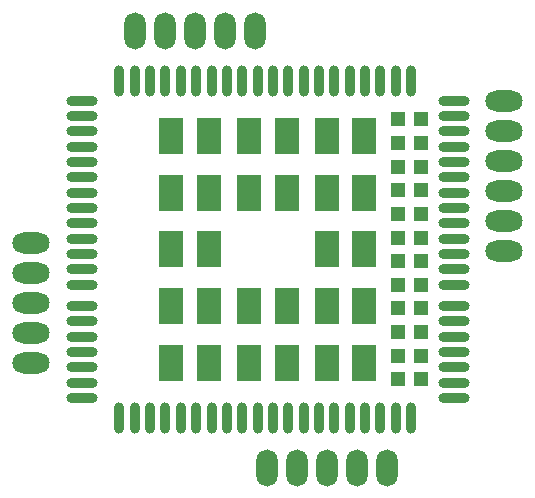
<source format=gts>
G04*
G04 #@! TF.GenerationSoftware,Altium Limited,Altium Designer,22.2.1 (43)*
G04*
G04 Layer_Color=8388736*
%FSLAX25Y25*%
%MOIN*%
G70*
G04*
G04 #@! TF.SameCoordinates,176B9DA6-FD0B-44AF-BA7B-BFE41C1ADE4B*
G04*
G04*
G04 #@! TF.FilePolarity,Negative*
G04*
G01*
G75*
G04:AMPARAMS|DCode=19|XSize=104.33mil|YSize=34.25mil|CornerRadius=17.13mil|HoleSize=0mil|Usage=FLASHONLY|Rotation=180.000|XOffset=0mil|YOffset=0mil|HoleType=Round|Shape=RoundedRectangle|*
%AMROUNDEDRECTD19*
21,1,0.10433,0.00000,0,0,180.0*
21,1,0.07008,0.03425,0,0,180.0*
1,1,0.03425,-0.03504,0.00000*
1,1,0.03425,0.03504,0.00000*
1,1,0.03425,0.03504,0.00000*
1,1,0.03425,-0.03504,0.00000*
%
%ADD19ROUNDEDRECTD19*%
G04:AMPARAMS|DCode=20|XSize=104.33mil|YSize=34.25mil|CornerRadius=17.13mil|HoleSize=0mil|Usage=FLASHONLY|Rotation=270.000|XOffset=0mil|YOffset=0mil|HoleType=Round|Shape=RoundedRectangle|*
%AMROUNDEDRECTD20*
21,1,0.10433,0.00000,0,0,270.0*
21,1,0.07008,0.03425,0,0,270.0*
1,1,0.03425,0.00000,-0.03504*
1,1,0.03425,0.00000,0.03504*
1,1,0.03425,0.00000,0.03504*
1,1,0.03425,0.00000,-0.03504*
%
%ADD20ROUNDEDRECTD20*%
%ADD21R,0.08465X0.12402*%
%ADD22R,0.04921X0.04921*%
G04:AMPARAMS|DCode=23|XSize=70.87mil|YSize=124.02mil|CornerRadius=35.43mil|HoleSize=0mil|Usage=FLASHONLY|Rotation=180.000|XOffset=0mil|YOffset=0mil|HoleType=Round|Shape=RoundedRectangle|*
%AMROUNDEDRECTD23*
21,1,0.07087,0.05315,0,0,180.0*
21,1,0.00000,0.12402,0,0,180.0*
1,1,0.07087,0.00000,0.02657*
1,1,0.07087,0.00000,0.02657*
1,1,0.07087,0.00000,-0.02657*
1,1,0.07087,0.00000,-0.02657*
%
%ADD23ROUNDEDRECTD23*%
G04:AMPARAMS|DCode=24|XSize=70.87mil|YSize=124.02mil|CornerRadius=35.43mil|HoleSize=0mil|Usage=FLASHONLY|Rotation=270.000|XOffset=0mil|YOffset=0mil|HoleType=Round|Shape=RoundedRectangle|*
%AMROUNDEDRECTD24*
21,1,0.07087,0.05315,0,0,270.0*
21,1,0.00000,0.12402,0,0,270.0*
1,1,0.07087,-0.02657,0.00000*
1,1,0.07087,-0.02657,0.00000*
1,1,0.07087,0.02657,0.00000*
1,1,0.07087,0.02657,0.00000*
%
%ADD24ROUNDEDRECTD24*%
D19*
X140769Y23127D02*
D03*
Y28245D02*
D03*
Y33363D02*
D03*
Y38481D02*
D03*
Y43599D02*
D03*
Y48717D02*
D03*
Y53836D02*
D03*
Y71158D02*
D03*
Y76277D02*
D03*
Y81395D02*
D03*
Y86513D02*
D03*
Y91631D02*
D03*
Y96749D02*
D03*
Y101867D02*
D03*
Y106985D02*
D03*
Y112103D02*
D03*
Y117221D02*
D03*
Y122340D02*
D03*
X16753D02*
D03*
Y117221D02*
D03*
Y112103D02*
D03*
Y106985D02*
D03*
Y101867D02*
D03*
Y96749D02*
D03*
Y91631D02*
D03*
Y86513D02*
D03*
Y81395D02*
D03*
Y76277D02*
D03*
Y71158D02*
D03*
Y53836D02*
D03*
Y48717D02*
D03*
Y43599D02*
D03*
Y38481D02*
D03*
Y33363D02*
D03*
Y28245D02*
D03*
Y23127D02*
D03*
X140769Y60922D02*
D03*
Y66040D02*
D03*
X16753D02*
D03*
Y60922D02*
D03*
D20*
X116359Y128836D02*
D03*
X111241D02*
D03*
X106123D02*
D03*
X101005D02*
D03*
X95887D02*
D03*
X90769D02*
D03*
X85650D02*
D03*
X80532D02*
D03*
X75414D02*
D03*
X70296D02*
D03*
X65178D02*
D03*
X60060D02*
D03*
X54942D02*
D03*
X49824D02*
D03*
X44706D02*
D03*
X39588D02*
D03*
X34469D02*
D03*
X29351D02*
D03*
Y16631D02*
D03*
X34469D02*
D03*
X39588D02*
D03*
X44706D02*
D03*
X49824D02*
D03*
X54942D02*
D03*
X60060D02*
D03*
X65178D02*
D03*
X70296D02*
D03*
X75414D02*
D03*
X80532D02*
D03*
X85650D02*
D03*
X90769D02*
D03*
X95887D02*
D03*
X101005D02*
D03*
X106123D02*
D03*
X111241D02*
D03*
X116359D02*
D03*
X121477D02*
D03*
X126595D02*
D03*
X121477Y128836D02*
D03*
X126595D02*
D03*
D21*
X46477Y34938D02*
D03*
Y53836D02*
D03*
Y72733D02*
D03*
Y91631D02*
D03*
Y110529D02*
D03*
X59076Y34938D02*
D03*
Y53836D02*
D03*
Y72733D02*
D03*
Y91631D02*
D03*
Y110529D02*
D03*
X72462Y34938D02*
D03*
Y53836D02*
D03*
Y91631D02*
D03*
Y110529D02*
D03*
X85060Y34938D02*
D03*
Y53836D02*
D03*
Y91631D02*
D03*
Y110529D02*
D03*
X98446Y34938D02*
D03*
Y53836D02*
D03*
Y72733D02*
D03*
Y91631D02*
D03*
Y110529D02*
D03*
X111044Y34938D02*
D03*
Y53836D02*
D03*
Y72733D02*
D03*
Y91631D02*
D03*
Y110529D02*
D03*
D22*
X122068Y29426D02*
D03*
Y37300D02*
D03*
Y45174D02*
D03*
Y53048D02*
D03*
Y60922D02*
D03*
Y68796D02*
D03*
Y76670D02*
D03*
Y84544D02*
D03*
Y92418D02*
D03*
Y100292D02*
D03*
Y108166D02*
D03*
Y116040D02*
D03*
X129942Y29426D02*
D03*
Y37300D02*
D03*
Y45174D02*
D03*
Y53048D02*
D03*
Y60922D02*
D03*
Y68796D02*
D03*
Y76670D02*
D03*
Y84544D02*
D03*
Y92418D02*
D03*
Y100292D02*
D03*
Y108166D02*
D03*
Y116040D02*
D03*
D23*
X78500Y0D02*
D03*
X88500D02*
D03*
X98500D02*
D03*
X108500D02*
D03*
X118500D02*
D03*
X34623Y145657D02*
D03*
X44623D02*
D03*
X54623D02*
D03*
X64623D02*
D03*
X74623D02*
D03*
D24*
X157504Y72126D02*
D03*
Y82126D02*
D03*
Y92126D02*
D03*
Y102126D02*
D03*
Y112126D02*
D03*
Y122126D02*
D03*
X0Y35000D02*
D03*
Y45000D02*
D03*
Y55000D02*
D03*
Y65000D02*
D03*
Y75000D02*
D03*
M02*

</source>
